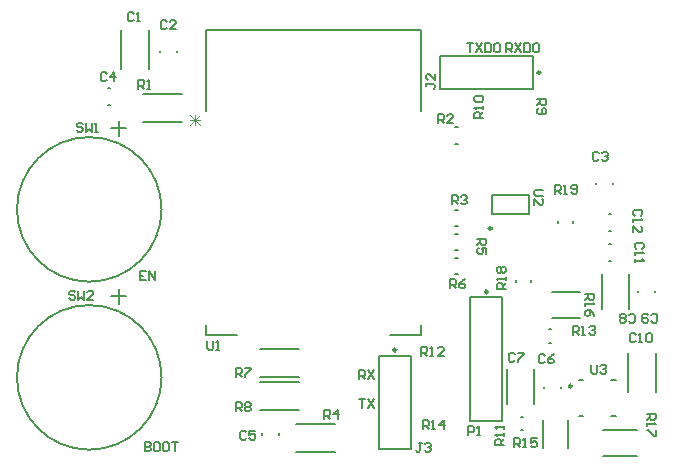
<source format=gto>
G04*
G04 #@! TF.GenerationSoftware,Altium Limited,Altium Designer,25.2.1 (25)*
G04*
G04 Layer_Color=65535*
%FSLAX44Y44*%
%MOMM*%
G71*
G04*
G04 #@! TF.SameCoordinates,B8EFBEB0-C926-48BE-8793-122A16FBB591*
G04*
G04*
G04 #@! TF.FilePolarity,Positive*
G04*
G01*
G75*
%ADD10C,0.2500*%
%ADD11C,0.1524*%
%ADD12C,0.2000*%
%ADD13C,0.1778*%
%ADD14C,0.0762*%
D10*
X483960Y62070D02*
G03*
X483960Y62070I-1250J0D01*
G01*
X416050Y195400D02*
G03*
X416050Y195400I-1250J0D01*
G01*
X457230Y327660D02*
G03*
X457230Y327660I-1250J0D01*
G01*
X412730Y141890D02*
G03*
X412730Y141890I-1250J0D01*
G01*
X335260Y92760D02*
G03*
X335260Y92760I-1250J0D01*
G01*
D11*
X136544Y211690D02*
G03*
X136544Y211690I-61214J0D01*
G01*
Y69450D02*
G03*
X136544Y69450I-61214J0D01*
G01*
X173987Y363198D02*
X356613D01*
X173987Y294792D02*
Y363198D01*
Y105642D02*
X200378D01*
X356613D02*
Y114148D01*
X173987Y105642D02*
Y114148D01*
X330222Y105642D02*
X356613D01*
Y294792D02*
Y363198D01*
X93980Y280524D02*
X106680D01*
X100330Y274174D02*
Y286874D01*
X93980Y138284D02*
X106680D01*
X100330Y131934D02*
Y144634D01*
D12*
X472540Y199820D02*
Y201820D01*
X485040Y199820D02*
Y201820D01*
X515780Y193410D02*
X517280D01*
X515780Y207910D02*
X517280D01*
X436980Y150130D02*
Y152130D01*
X449480Y150130D02*
Y152130D01*
X540120Y141490D02*
Y142990D01*
X554620Y141490D02*
Y142990D01*
X531981Y127709D02*
Y156771D01*
X509419Y127709D02*
Y156771D01*
X515780Y182510D02*
X517280D01*
X515780Y168010D02*
X517280D01*
X504560Y232930D02*
Y234430D01*
X519060Y232930D02*
Y234430D01*
X464980Y98140D02*
X465980D01*
X464980Y110140D02*
X465980D01*
X510111Y3159D02*
X539173D01*
X510111Y24781D02*
X539173D01*
X466729Y120060D02*
X490851D01*
X466729Y141560D02*
X490851D01*
X531779Y57129D02*
Y90191D01*
X555341Y57129D02*
Y90191D01*
X451971Y47067D02*
Y76129D01*
X429409Y47067D02*
Y76129D01*
X440960Y36230D02*
X442960D01*
X440960Y24730D02*
X442960D01*
X459150Y9529D02*
Y33651D01*
X480650Y9529D02*
Y33651D01*
X517460Y36570D02*
X520960D01*
X489960D02*
X493460D01*
X517460Y67570D02*
X520960D01*
X489960D02*
X493460D01*
X416300Y207900D02*
X447300D01*
X416300Y223900D02*
X447300D01*
X416300Y207900D02*
Y223900D01*
X447300Y207900D02*
Y223900D01*
X384830Y267320D02*
X387330D01*
X384830Y281320D02*
X387330D01*
X451080Y313960D02*
Y341360D01*
X371880D02*
X451080D01*
X371880Y313960D02*
Y341360D01*
Y313960D02*
X451080D01*
X398030Y32790D02*
Y137390D01*
X424930D01*
Y32790D02*
Y137390D01*
X398030Y32790D02*
X424930D01*
X320310Y87860D02*
X347710D01*
X320310Y8660D02*
Y87860D01*
Y8660D02*
X347710D01*
Y87860D01*
X219689Y41559D02*
X252751D01*
X219689Y65121D02*
X252751D01*
X220093Y93061D02*
X253155D01*
X220093Y69499D02*
X253155D01*
X250169Y29561D02*
X283231D01*
X250169Y5999D02*
X283231D01*
X235850Y20840D02*
Y22340D01*
X221350Y20840D02*
Y22340D01*
X102519Y330547D02*
Y363609D01*
X126081Y330547D02*
Y363609D01*
X149490Y344690D02*
Y346190D01*
X134990Y344690D02*
Y346190D01*
X120629Y285399D02*
X153691D01*
X120629Y308961D02*
X153691D01*
X91600Y314590D02*
X93100D01*
X91600Y300090D02*
X93100D01*
X384830Y197470D02*
X387330D01*
X384830Y211470D02*
X387330D01*
X384830Y177150D02*
X387330D01*
X384830Y191150D02*
X387330D01*
X384830Y156830D02*
X387330D01*
X384830Y170830D02*
X387330D01*
X460110Y60210D02*
Y61710D01*
X474610Y60210D02*
Y61710D01*
D13*
X304038Y67818D02*
Y75436D01*
X307847D01*
X309116Y74166D01*
Y71627D01*
X307847Y70357D01*
X304038D01*
X306577D02*
X309116Y67818D01*
X311656Y75436D02*
X316734Y67818D01*
Y75436D02*
X311656Y67818D01*
X304038Y51305D02*
X309116D01*
X306577D01*
Y43688D01*
X311656Y51305D02*
X316734Y43688D01*
Y51305D02*
X311656Y43688D01*
X428498Y344678D02*
Y352295D01*
X432307D01*
X433576Y351026D01*
Y348487D01*
X432307Y347217D01*
X428498D01*
X431037D02*
X433576Y344678D01*
X436115Y352295D02*
X441194Y344678D01*
Y352295D02*
X436115Y344678D01*
X443733Y352295D02*
Y344678D01*
X447542D01*
X448811Y345948D01*
Y351026D01*
X447542Y352295D01*
X443733D01*
X451351Y351026D02*
X452620Y352295D01*
X455159D01*
X456429Y351026D01*
Y345948D01*
X455159Y344678D01*
X452620D01*
X451351Y345948D01*
Y351026D01*
X395478Y352295D02*
X400556D01*
X398017D01*
Y344678D01*
X403096Y352295D02*
X408174Y344678D01*
Y352295D02*
X403096Y344678D01*
X410713Y352295D02*
Y344678D01*
X414522D01*
X415791Y345948D01*
Y351026D01*
X414522Y352295D01*
X410713D01*
X418331Y351026D02*
X419600Y352295D01*
X422139D01*
X423409Y351026D01*
Y345948D01*
X422139Y344678D01*
X419600D01*
X418331Y345948D01*
Y351026D01*
X123696Y159256D02*
X118618D01*
Y151638D01*
X123696D01*
X118618Y155447D02*
X121157D01*
X126236Y151638D02*
Y159256D01*
X131314Y151638D01*
Y159256D01*
X122428Y14476D02*
Y6858D01*
X126237D01*
X127506Y8128D01*
Y9397D01*
X126237Y10667D01*
X122428D01*
X126237D01*
X127506Y11936D01*
Y13206D01*
X126237Y14476D01*
X122428D01*
X133854D02*
X131315D01*
X130045Y13206D01*
Y8128D01*
X131315Y6858D01*
X133854D01*
X135124Y8128D01*
Y13206D01*
X133854Y14476D01*
X141472D02*
X138933D01*
X137663Y13206D01*
Y8128D01*
X138933Y6858D01*
X141472D01*
X142741Y8128D01*
Y13206D01*
X141472Y14476D01*
X145281D02*
X150359D01*
X147820D01*
Y6858D01*
X469268Y224791D02*
Y232409D01*
X473077D01*
X474346Y231139D01*
Y228600D01*
X473077Y227330D01*
X469268D01*
X471807D02*
X474346Y224791D01*
X476886D02*
X479425D01*
X478155D01*
Y232409D01*
X476886Y231139D01*
X483234Y226061D02*
X484503Y224791D01*
X487042D01*
X488312Y226061D01*
Y231139D01*
X487042Y232409D01*
X484503D01*
X483234Y231139D01*
Y229870D01*
X484503Y228600D01*
X488312D01*
X427989Y144148D02*
X420371D01*
Y147957D01*
X421641Y149226D01*
X424180D01*
X425450Y147957D01*
Y144148D01*
Y146687D02*
X427989Y149226D01*
Y151766D02*
Y154305D01*
Y153035D01*
X420371D01*
X421641Y151766D01*
Y158114D02*
X420371Y159383D01*
Y161922D01*
X421641Y163192D01*
X422910D01*
X424180Y161922D01*
X425450Y163192D01*
X426719D01*
X427989Y161922D01*
Y159383D01*
X426719Y158114D01*
X425450D01*
X424180Y159383D01*
X422910Y158114D01*
X421641D01*
X424180Y159383D02*
Y161922D01*
X542289Y206374D02*
X543559Y207643D01*
Y210182D01*
X542289Y211452D01*
X537211D01*
X535941Y210182D01*
Y207643D01*
X537211Y206374D01*
X535941Y203834D02*
Y201295D01*
Y202565D01*
X543559D01*
X542289Y203834D01*
X535941Y192408D02*
Y197486D01*
X541020Y192408D01*
X542289D01*
X543559Y193678D01*
Y196217D01*
X542289Y197486D01*
X543559Y178434D02*
X544829Y179704D01*
Y182243D01*
X543559Y183512D01*
X538481D01*
X537211Y182243D01*
Y179704D01*
X538481Y178434D01*
X537211Y175895D02*
Y173356D01*
Y174625D01*
X544829D01*
X543559Y175895D01*
X537211Y169547D02*
Y167008D01*
Y168277D01*
X544829D01*
X543559Y169547D01*
X500382Y80009D02*
Y73661D01*
X501652Y72391D01*
X504191D01*
X505460Y73661D01*
Y80009D01*
X508000Y78739D02*
X509269Y80009D01*
X511808D01*
X513078Y78739D01*
Y77470D01*
X511808Y76200D01*
X510539D01*
X511808D01*
X513078Y74930D01*
Y73661D01*
X511808Y72391D01*
X509269D01*
X508000Y73661D01*
X459579Y228418D02*
X453231D01*
X451961Y227148D01*
Y224609D01*
X453231Y223340D01*
X459579D01*
X451961Y215722D02*
Y220800D01*
X457040Y215722D01*
X458309D01*
X459579Y216992D01*
Y219531D01*
X458309Y220800D01*
X175262Y100329D02*
Y93981D01*
X176531Y92711D01*
X179070D01*
X180340Y93981D01*
Y100329D01*
X182879Y92711D02*
X185418D01*
X184149D01*
Y100329D01*
X182879Y99059D01*
X69851Y283679D02*
X68582Y284949D01*
X66042D01*
X64773Y283679D01*
Y282410D01*
X66042Y281140D01*
X68582D01*
X69851Y279870D01*
Y278601D01*
X68582Y277331D01*
X66042D01*
X64773Y278601D01*
X72390Y284949D02*
Y277331D01*
X74930Y279870D01*
X77469Y277331D01*
Y284949D01*
X80008Y277331D02*
X82547D01*
X81278D01*
Y284949D01*
X80008Y283679D01*
X63502Y141439D02*
X62232Y142709D01*
X59693D01*
X58423Y141439D01*
Y140170D01*
X59693Y138900D01*
X62232D01*
X63502Y137630D01*
Y136361D01*
X62232Y135091D01*
X59693D01*
X58423Y136361D01*
X66041Y142709D02*
Y135091D01*
X68580Y137630D01*
X71119Y135091D01*
Y142709D01*
X78737Y135091D02*
X73658D01*
X78737Y140170D01*
Y141439D01*
X77467Y142709D01*
X74928D01*
X73658Y141439D01*
X495301Y140332D02*
X502919D01*
Y136523D01*
X501649Y135254D01*
X499110D01*
X497840Y136523D01*
Y140332D01*
Y137793D02*
X495301Y135254D01*
Y132714D02*
Y130175D01*
Y131445D01*
X502919D01*
X501649Y132714D01*
X502919Y121288D02*
X501649Y123827D01*
X499110Y126366D01*
X496571D01*
X495301Y125097D01*
Y122558D01*
X496571Y121288D01*
X497840D01*
X499110Y122558D01*
Y126366D01*
X199392Y69851D02*
Y77469D01*
X203201D01*
X204470Y76199D01*
Y73660D01*
X203201Y72390D01*
X199392D01*
X201931D02*
X204470Y69851D01*
X207010Y77469D02*
X212088D01*
Y76199D01*
X207010Y71121D01*
Y69851D01*
X408939Y288928D02*
X401321D01*
Y292737D01*
X402591Y294006D01*
X405130D01*
X406400Y292737D01*
Y288928D01*
Y291467D02*
X408939Y294006D01*
Y296546D02*
Y299085D01*
Y297815D01*
X401321D01*
X402591Y296546D01*
Y302894D02*
X401321Y304163D01*
Y306702D01*
X402591Y307972D01*
X407669D01*
X408939Y306702D01*
Y304163D01*
X407669Y302894D01*
X402591D01*
X370842Y284481D02*
Y292099D01*
X374651D01*
X375920Y290829D01*
Y288290D01*
X374651Y287020D01*
X370842D01*
X373381D02*
X375920Y284481D01*
X383538D02*
X378460D01*
X383538Y289560D01*
Y290829D01*
X382268Y292099D01*
X379729D01*
X378460Y290829D01*
X199392Y40641D02*
Y48259D01*
X203201D01*
X204470Y46989D01*
Y44450D01*
X203201Y43180D01*
X199392D01*
X201931D02*
X204470Y40641D01*
X207010Y46989D02*
X208279Y48259D01*
X210818D01*
X212088Y46989D01*
Y45720D01*
X210818Y44450D01*
X212088Y43180D01*
Y41911D01*
X210818Y40641D01*
X208279D01*
X207010Y41911D01*
Y43180D01*
X208279Y44450D01*
X207010Y45720D01*
Y46989D01*
X208279Y44450D02*
X210818D01*
X426719Y12068D02*
X419101D01*
Y15876D01*
X420371Y17146D01*
X422910D01*
X424179Y15876D01*
Y12068D01*
Y14607D02*
X426719Y17146D01*
Y19685D02*
Y22224D01*
Y20955D01*
X419101D01*
X420371Y19685D01*
X426719Y26033D02*
Y28572D01*
Y27303D01*
X419101D01*
X420371Y26033D01*
X274322Y34291D02*
Y41909D01*
X278131D01*
X279400Y40639D01*
Y38100D01*
X278131Y36830D01*
X274322D01*
X276861D02*
X279400Y34291D01*
X285748D02*
Y41909D01*
X281940Y38100D01*
X287018D01*
X484508Y105411D02*
Y113029D01*
X488317D01*
X489586Y111759D01*
Y109220D01*
X488317Y107950D01*
X484508D01*
X487047D02*
X489586Y105411D01*
X492126D02*
X494665D01*
X493395D01*
Y113029D01*
X492126Y111759D01*
X498474D02*
X499743Y113029D01*
X502282D01*
X503552Y111759D01*
Y110490D01*
X502282Y109220D01*
X501013D01*
X502282D01*
X503552Y107950D01*
Y106681D01*
X502282Y105411D01*
X499743D01*
X498474Y106681D01*
X382272Y215901D02*
Y223519D01*
X386081D01*
X387350Y222249D01*
Y219710D01*
X386081Y218440D01*
X382272D01*
X384811D02*
X387350Y215901D01*
X389890Y222249D02*
X391159Y223519D01*
X393698D01*
X394968Y222249D01*
Y220980D01*
X393698Y219710D01*
X392429D01*
X393698D01*
X394968Y218440D01*
Y217171D01*
X393698Y215901D01*
X391159D01*
X389890Y217171D01*
X381002Y144781D02*
Y152399D01*
X384811D01*
X386080Y151129D01*
Y148590D01*
X384811Y147320D01*
X381002D01*
X383541D02*
X386080Y144781D01*
X393698Y152399D02*
X391159Y151129D01*
X388620Y148590D01*
Y146051D01*
X389889Y144781D01*
X392428D01*
X393698Y146051D01*
Y147320D01*
X392428Y148590D01*
X388620D01*
X403861Y186688D02*
X411479D01*
Y182879D01*
X410209Y181610D01*
X407670D01*
X406400Y182879D01*
Y186688D01*
Y184149D02*
X403861Y181610D01*
X411479Y173992D02*
Y179070D01*
X407670D01*
X408940Y176531D01*
Y175262D01*
X407670Y173992D01*
X405131D01*
X403861Y175262D01*
Y177801D01*
X405131Y179070D01*
X356238Y87631D02*
Y95249D01*
X360047D01*
X361316Y93979D01*
Y91440D01*
X360047Y90170D01*
X356238D01*
X358777D02*
X361316Y87631D01*
X363856D02*
X366395D01*
X365125D01*
Y95249D01*
X363856Y93979D01*
X375282Y87631D02*
X370204D01*
X375282Y92710D01*
Y93979D01*
X374012Y95249D01*
X371473D01*
X370204Y93979D01*
X357508Y25401D02*
Y33019D01*
X361317D01*
X362586Y31749D01*
Y29210D01*
X361317Y27940D01*
X357508D01*
X360047D02*
X362586Y25401D01*
X365126D02*
X367665D01*
X366395D01*
Y33019D01*
X365126Y31749D01*
X375282Y25401D02*
Y33019D01*
X371474Y29210D01*
X376552D01*
X434978Y10161D02*
Y17779D01*
X438787D01*
X440056Y16509D01*
Y13970D01*
X438787Y12700D01*
X434978D01*
X437517D02*
X440056Y10161D01*
X442596D02*
X445135D01*
X443865D01*
Y17779D01*
X442596Y16509D01*
X454022Y17779D02*
X448944D01*
Y13970D01*
X451483Y15240D01*
X452752D01*
X454022Y13970D01*
Y11431D01*
X452752Y10161D01*
X450213D01*
X448944Y11431D01*
X454661Y304798D02*
X462279D01*
Y300989D01*
X461009Y299720D01*
X458470D01*
X457200Y300989D01*
Y304798D01*
Y302259D02*
X454661Y299720D01*
X455931Y297180D02*
X454661Y295911D01*
Y293372D01*
X455931Y292102D01*
X461009D01*
X462279Y293372D01*
Y295911D01*
X461009Y297180D01*
X459740D01*
X458470Y295911D01*
Y292102D01*
X547371Y38732D02*
X554989D01*
Y34923D01*
X553719Y33654D01*
X551180D01*
X549910Y34923D01*
Y38732D01*
Y36193D02*
X547371Y33654D01*
Y31114D02*
Y28575D01*
Y29845D01*
X554989D01*
X553719Y31114D01*
X554989Y24766D02*
Y19688D01*
X553719D01*
X548641Y24766D01*
X547371D01*
X116842Y313691D02*
Y321309D01*
X120650D01*
X121920Y320039D01*
Y317500D01*
X120650Y316230D01*
X116842D01*
X119381D02*
X121920Y313691D01*
X124459D02*
X126998D01*
X125729D01*
Y321309D01*
X124459Y320039D01*
X396242Y20321D02*
Y27939D01*
X400050D01*
X401320Y26669D01*
Y24130D01*
X400050Y22860D01*
X396242D01*
X403859Y20321D02*
X406398D01*
X405129D01*
Y27939D01*
X403859Y26669D01*
X356870Y13969D02*
X354331D01*
X355601D01*
Y7621D01*
X354331Y6351D01*
X353062D01*
X351792Y7621D01*
X359410Y12699D02*
X360679Y13969D01*
X363218D01*
X364488Y12699D01*
Y11430D01*
X363218Y10160D01*
X361949D01*
X363218D01*
X364488Y8890D01*
Y7621D01*
X363218Y6351D01*
X360679D01*
X359410Y7621D01*
X360681Y318770D02*
Y316231D01*
Y317501D01*
X367029D01*
X368299Y316231D01*
Y314962D01*
X367029Y313692D01*
X368299Y326388D02*
Y321310D01*
X363220Y326388D01*
X361951D01*
X360681Y325118D01*
Y322579D01*
X361951Y321310D01*
X113030Y377189D02*
X111760Y378459D01*
X109221D01*
X107952Y377189D01*
Y372111D01*
X109221Y370841D01*
X111760D01*
X113030Y372111D01*
X115569Y370841D02*
X118108D01*
X116839D01*
Y378459D01*
X115569Y377189D01*
X435610Y88899D02*
X434341Y90169D01*
X431802D01*
X430532Y88899D01*
Y83821D01*
X431802Y82551D01*
X434341D01*
X435610Y83821D01*
X438150Y90169D02*
X443228D01*
Y88899D01*
X438150Y83821D01*
Y82551D01*
X551180Y116841D02*
X552449Y115571D01*
X554988D01*
X556258Y116841D01*
Y121919D01*
X554988Y123189D01*
X552449D01*
X551180Y121919D01*
X548640D02*
X547371Y123189D01*
X544832D01*
X543562Y121919D01*
Y116841D01*
X544832Y115571D01*
X547371D01*
X548640Y116841D01*
Y118110D01*
X547371Y119380D01*
X543562D01*
X532130Y116841D02*
X533399Y115571D01*
X535938D01*
X537208Y116841D01*
Y121919D01*
X535938Y123189D01*
X533399D01*
X532130Y121919D01*
X529590Y116841D02*
X528321Y115571D01*
X525782D01*
X524512Y116841D01*
Y118110D01*
X525782Y119380D01*
X524512Y120650D01*
Y121919D01*
X525782Y123189D01*
X528321D01*
X529590Y121919D01*
Y120650D01*
X528321Y119380D01*
X529590Y118110D01*
Y116841D01*
X528321Y119380D02*
X525782D01*
X537846Y105409D02*
X536577Y106679D01*
X534038D01*
X532768Y105409D01*
Y100331D01*
X534038Y99061D01*
X536577D01*
X537846Y100331D01*
X540386Y99061D02*
X542925D01*
X541655D01*
Y106679D01*
X540386Y105409D01*
X546734D02*
X548003Y106679D01*
X550542D01*
X551812Y105409D01*
Y100331D01*
X550542Y99061D01*
X548003D01*
X546734Y100331D01*
Y105409D01*
X90170Y326389D02*
X88901Y327659D01*
X86362D01*
X85092Y326389D01*
Y321311D01*
X86362Y320041D01*
X88901D01*
X90170Y321311D01*
X96518Y320041D02*
Y327659D01*
X92710Y323850D01*
X97788D01*
X208280Y22859D02*
X207011Y24129D01*
X204472D01*
X203202Y22859D01*
Y17781D01*
X204472Y16511D01*
X207011D01*
X208280Y17781D01*
X215898Y24129D02*
X210820D01*
Y20320D01*
X213359Y21590D01*
X214628D01*
X215898Y20320D01*
Y17781D01*
X214628Y16511D01*
X212089D01*
X210820Y17781D01*
X461010Y87629D02*
X459741Y88899D01*
X457202D01*
X455932Y87629D01*
Y82551D01*
X457202Y81281D01*
X459741D01*
X461010Y82551D01*
X468628Y88899D02*
X466089Y87629D01*
X463550Y85090D01*
Y82551D01*
X464819Y81281D01*
X467358D01*
X468628Y82551D01*
Y83820D01*
X467358Y85090D01*
X463550D01*
X506730Y259079D02*
X505461Y260349D01*
X502922D01*
X501652Y259079D01*
Y254001D01*
X502922Y252731D01*
X505461D01*
X506730Y254001D01*
X509270Y259079D02*
X510539Y260349D01*
X513078D01*
X514348Y259079D01*
Y257810D01*
X513078Y256540D01*
X511809D01*
X513078D01*
X514348Y255270D01*
Y254001D01*
X513078Y252731D01*
X510539D01*
X509270Y254001D01*
X140970Y370479D02*
X139701Y371749D01*
X137162D01*
X135892Y370479D01*
Y365401D01*
X137162Y364131D01*
X139701D01*
X140970Y365401D01*
X148588Y364131D02*
X143510D01*
X148588Y369210D01*
Y370479D01*
X147318Y371749D01*
X144779D01*
X143510Y370479D01*
D14*
X160782Y291250D02*
X169246Y282786D01*
X160782D02*
X169246Y291250D01*
X160782Y287018D02*
X169246D01*
X165014Y282786D02*
Y291250D01*
M02*

</source>
